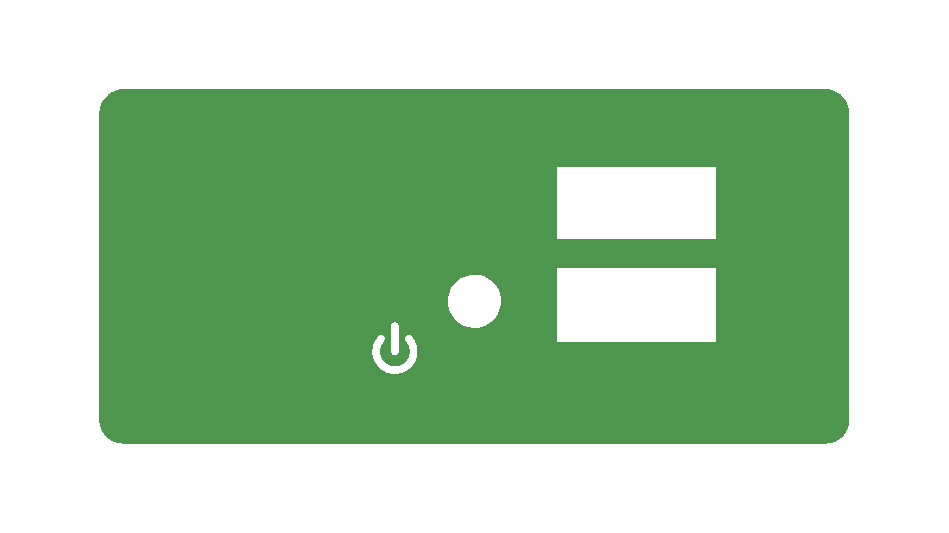
<source format=gbr>
%TF.GenerationSoftware,KiCad,Pcbnew,(6.0.6)*%
%TF.CreationDate,2022-11-01T14:59:24+00:00*%
%TF.ProjectId,frontcase,66726f6e-7463-4617-9365-2e6b69636164,rev?*%
%TF.SameCoordinates,Original*%
%TF.FileFunction,Copper,L1,Top*%
%TF.FilePolarity,Positive*%
%FSLAX46Y46*%
G04 Gerber Fmt 4.6, Leading zero omitted, Abs format (unit mm)*
G04 Created by KiCad (PCBNEW (6.0.6)) date 2022-11-01 14:59:24*
%MOMM*%
%LPD*%
G01*
G04 APERTURE LIST*
%TA.AperFunction,ComponentPad*%
%ADD10C,5.000000*%
%TD*%
%TA.AperFunction,ComponentPad*%
%ADD11C,13.000000*%
%TD*%
G04 APERTURE END LIST*
D10*
%TO.P,REF\u002A\u002A,1*%
%TO.N,GND*%
X169750000Y-107500000D03*
X118250000Y-86000000D03*
X118250000Y-107500000D03*
X169750000Y-86000000D03*
D11*
%TO.P,REF\u002A\u002A,2*%
X127200000Y-96600000D03*
%TD*%
%TA.AperFunction,Conductor*%
%TO.N,GND*%
G36*
X173754122Y-81001270D02*
G01*
X173917113Y-81011953D01*
X173917430Y-81011975D01*
X174007453Y-81018413D01*
X174023042Y-81020513D01*
X174165622Y-81048874D01*
X174167823Y-81049332D01*
X174239488Y-81064921D01*
X174275795Y-81072819D01*
X174289502Y-81076624D01*
X174423370Y-81122066D01*
X174426875Y-81123314D01*
X174534080Y-81163299D01*
X174545769Y-81168347D01*
X174613557Y-81201776D01*
X174671129Y-81230167D01*
X174675748Y-81232565D01*
X174728077Y-81261139D01*
X174777492Y-81288122D01*
X174787107Y-81293944D01*
X174862445Y-81344282D01*
X174902694Y-81371177D01*
X174908174Y-81375054D01*
X174974383Y-81424617D01*
X175001478Y-81444901D01*
X175009046Y-81451036D01*
X175113336Y-81542496D01*
X175119353Y-81548133D01*
X175201867Y-81630647D01*
X175207504Y-81636664D01*
X175298964Y-81740954D01*
X175305097Y-81748519D01*
X175374946Y-81841826D01*
X175378830Y-81847315D01*
X175456056Y-81962893D01*
X175461878Y-81972508D01*
X175488861Y-82021923D01*
X175517435Y-82074252D01*
X175519843Y-82078890D01*
X175581653Y-82204231D01*
X175586703Y-82215925D01*
X175626677Y-82323099D01*
X175627932Y-82326625D01*
X175673376Y-82460498D01*
X175677182Y-82474210D01*
X175700668Y-82582177D01*
X175701126Y-82584378D01*
X175729487Y-82726958D01*
X175731587Y-82742547D01*
X175738025Y-82832570D01*
X175738047Y-82832887D01*
X175748730Y-82995877D01*
X175749000Y-83004118D01*
X175749000Y-108995882D01*
X175748730Y-109004122D01*
X175738047Y-109167113D01*
X175738025Y-109167430D01*
X175731587Y-109257451D01*
X175729487Y-109273042D01*
X175701126Y-109415622D01*
X175700668Y-109417823D01*
X175677182Y-109525790D01*
X175673376Y-109539502D01*
X175627934Y-109673370D01*
X175626677Y-109676901D01*
X175586703Y-109784075D01*
X175581653Y-109795769D01*
X175519843Y-109921110D01*
X175517435Y-109925748D01*
X175488861Y-109978077D01*
X175461878Y-110027492D01*
X175456056Y-110037107D01*
X175378830Y-110152685D01*
X175374946Y-110158174D01*
X175325383Y-110224383D01*
X175305099Y-110251478D01*
X175298964Y-110259046D01*
X175207504Y-110363336D01*
X175201867Y-110369353D01*
X175119353Y-110451867D01*
X175113336Y-110457504D01*
X175009046Y-110548964D01*
X175001478Y-110555099D01*
X174908174Y-110624946D01*
X174902694Y-110628823D01*
X174862445Y-110655718D01*
X174787107Y-110706056D01*
X174777492Y-110711878D01*
X174728077Y-110738861D01*
X174675748Y-110767435D01*
X174671129Y-110769833D01*
X174613557Y-110798224D01*
X174545769Y-110831653D01*
X174534080Y-110836701D01*
X174426875Y-110876686D01*
X174423375Y-110877932D01*
X174289502Y-110923376D01*
X174275795Y-110927181D01*
X174239488Y-110935079D01*
X174167823Y-110950668D01*
X174165622Y-110951126D01*
X174023042Y-110979487D01*
X174007453Y-110981587D01*
X173917430Y-110988025D01*
X173917113Y-110988047D01*
X173754122Y-110998730D01*
X173745882Y-110999000D01*
X114254118Y-110999000D01*
X114245878Y-110998730D01*
X114082887Y-110988047D01*
X114082570Y-110988025D01*
X113992547Y-110981587D01*
X113976958Y-110979487D01*
X113834378Y-110951126D01*
X113832177Y-110950668D01*
X113760512Y-110935079D01*
X113724205Y-110927181D01*
X113710498Y-110923376D01*
X113576625Y-110877932D01*
X113573125Y-110876686D01*
X113465920Y-110836701D01*
X113454231Y-110831653D01*
X113386443Y-110798224D01*
X113328871Y-110769833D01*
X113324252Y-110767435D01*
X113271923Y-110738861D01*
X113222508Y-110711878D01*
X113212893Y-110706056D01*
X113137871Y-110655928D01*
X113097302Y-110628821D01*
X113091830Y-110624950D01*
X112998513Y-110555094D01*
X112990971Y-110548979D01*
X112886648Y-110457490D01*
X112880647Y-110451868D01*
X112798132Y-110369353D01*
X112792510Y-110363352D01*
X112701021Y-110259029D01*
X112694902Y-110251481D01*
X112694900Y-110251478D01*
X112625050Y-110158170D01*
X112621172Y-110152688D01*
X112543944Y-110037107D01*
X112538122Y-110027492D01*
X112511139Y-109978077D01*
X112482565Y-109925748D01*
X112480157Y-109921110D01*
X112418347Y-109795769D01*
X112413297Y-109784075D01*
X112373323Y-109676901D01*
X112372066Y-109673370D01*
X112326624Y-109539502D01*
X112322818Y-109525790D01*
X112299332Y-109417823D01*
X112298874Y-109415622D01*
X112270513Y-109273042D01*
X112268413Y-109257451D01*
X112261975Y-109167430D01*
X112261953Y-109167113D01*
X112251270Y-109004122D01*
X112251000Y-108995882D01*
X112251000Y-103197779D01*
X135360512Y-103197779D01*
X135360540Y-103200079D01*
X135361079Y-103244729D01*
X135361120Y-103248155D01*
X135361149Y-103248937D01*
X135361149Y-103248955D01*
X135362872Y-103296116D01*
X135362944Y-103298097D01*
X135362989Y-103298830D01*
X135362990Y-103298850D01*
X135364305Y-103320249D01*
X135365985Y-103347605D01*
X135368288Y-103374159D01*
X135369902Y-103392765D01*
X135370241Y-103396679D01*
X135370322Y-103397400D01*
X135370326Y-103397439D01*
X135372890Y-103420222D01*
X135375714Y-103445318D01*
X135375815Y-103446043D01*
X135375819Y-103446078D01*
X135378145Y-103462834D01*
X135382404Y-103493523D01*
X135382526Y-103494261D01*
X135382529Y-103494280D01*
X135388356Y-103529490D01*
X135390309Y-103541294D01*
X135390463Y-103542094D01*
X135390468Y-103542121D01*
X135398360Y-103583074D01*
X135399431Y-103588630D01*
X135409768Y-103635533D01*
X135409965Y-103636324D01*
X135409971Y-103636351D01*
X135412479Y-103646436D01*
X135421322Y-103682000D01*
X135434093Y-103728034D01*
X135434344Y-103728852D01*
X135447128Y-103770531D01*
X135448079Y-103773632D01*
X135463282Y-103818797D01*
X135463554Y-103819537D01*
X135463561Y-103819558D01*
X135473678Y-103847120D01*
X135479700Y-103863527D01*
X135497335Y-103907823D01*
X135497660Y-103908579D01*
X135497669Y-103908601D01*
X135500464Y-103915103D01*
X135516186Y-103951685D01*
X135516500Y-103952370D01*
X135516503Y-103952377D01*
X135521733Y-103963790D01*
X135536002Y-103994929D01*
X135556530Y-104037375D01*
X135577770Y-104079021D01*
X135578104Y-104079642D01*
X135599401Y-104119270D01*
X135599722Y-104119868D01*
X135600039Y-104120428D01*
X135600054Y-104120455D01*
X135617123Y-104150614D01*
X135622387Y-104159916D01*
X135622767Y-104160554D01*
X135645396Y-104198548D01*
X135645416Y-104198581D01*
X135645764Y-104199165D01*
X135669854Y-104237614D01*
X135670219Y-104238168D01*
X135670235Y-104238193D01*
X135694279Y-104274692D01*
X135694287Y-104274704D01*
X135694656Y-104275264D01*
X135695028Y-104275801D01*
X135695044Y-104275825D01*
X135715754Y-104305737D01*
X135720170Y-104312115D01*
X135746397Y-104348167D01*
X135773336Y-104383419D01*
X135800987Y-104417872D01*
X135829351Y-104451526D01*
X135858427Y-104484381D01*
X135888216Y-104516437D01*
X135918716Y-104547693D01*
X135919366Y-104548322D01*
X135919384Y-104548340D01*
X135939352Y-104567664D01*
X135950242Y-104578203D01*
X135982549Y-104608018D01*
X136015638Y-104637137D01*
X136016193Y-104637603D01*
X136016227Y-104637632D01*
X136042696Y-104659844D01*
X136049509Y-104665562D01*
X136050067Y-104666009D01*
X136050081Y-104666020D01*
X136083587Y-104692832D01*
X136084162Y-104693292D01*
X136084730Y-104693725D01*
X136084759Y-104693748D01*
X136086023Y-104694712D01*
X136119597Y-104720326D01*
X136121654Y-104721822D01*
X136155186Y-104746210D01*
X136155228Y-104746240D01*
X136155814Y-104746666D01*
X136192813Y-104772311D01*
X136230593Y-104797260D01*
X136269156Y-104821515D01*
X136269739Y-104821864D01*
X136269760Y-104821877D01*
X136307917Y-104844726D01*
X136308500Y-104845075D01*
X136348626Y-104867939D01*
X136349174Y-104868236D01*
X136349192Y-104868246D01*
X136388989Y-104889814D01*
X136389015Y-104889828D01*
X136389534Y-104890109D01*
X136390072Y-104890386D01*
X136390085Y-104890393D01*
X136404227Y-104897677D01*
X136431224Y-104911584D01*
X136431742Y-104911837D01*
X136431767Y-104911850D01*
X136432215Y-104912069D01*
X136473696Y-104932363D01*
X136474228Y-104932610D01*
X136474251Y-104932621D01*
X136474923Y-104932933D01*
X136516949Y-104952448D01*
X136517834Y-104952826D01*
X136560294Y-104970967D01*
X136560319Y-104970977D01*
X136561072Y-104971299D01*
X136605593Y-104988934D01*
X136606354Y-104989212D01*
X136606393Y-104989227D01*
X136649726Y-105005065D01*
X136649751Y-105005074D01*
X136650515Y-105005353D01*
X136695836Y-105020556D01*
X136741557Y-105034542D01*
X136742399Y-105034775D01*
X136786866Y-105047088D01*
X136786904Y-105047098D01*
X136787677Y-105047312D01*
X136788482Y-105047512D01*
X136788490Y-105047514D01*
X136833391Y-105058666D01*
X136833404Y-105058669D01*
X136834197Y-105058866D01*
X136843492Y-105060914D01*
X136880333Y-105069031D01*
X136880369Y-105069039D01*
X136881116Y-105069203D01*
X136881882Y-105069351D01*
X136881903Y-105069355D01*
X136920150Y-105076728D01*
X136928435Y-105078325D01*
X136976154Y-105086230D01*
X137024272Y-105092919D01*
X137025042Y-105093006D01*
X137025051Y-105093007D01*
X137033969Y-105094013D01*
X137072789Y-105098392D01*
X137073574Y-105098460D01*
X137073591Y-105098462D01*
X137112031Y-105101806D01*
X137121707Y-105102648D01*
X137122443Y-105102693D01*
X137122478Y-105102696D01*
X137158505Y-105104917D01*
X137171023Y-105105689D01*
X137171781Y-105105717D01*
X137171805Y-105105718D01*
X137217483Y-105107394D01*
X137220740Y-105107513D01*
X137270856Y-105108121D01*
X137271602Y-105108112D01*
X137320443Y-105107523D01*
X137320480Y-105107522D01*
X137321233Y-105107513D01*
X137322015Y-105107484D01*
X137322033Y-105107484D01*
X137370419Y-105105717D01*
X137370447Y-105105716D01*
X137371176Y-105105689D01*
X137371909Y-105105644D01*
X137371929Y-105105643D01*
X137393328Y-105104328D01*
X137420684Y-105102648D01*
X137460213Y-105099220D01*
X137468998Y-105098458D01*
X137469005Y-105098457D01*
X137469758Y-105098392D01*
X137518398Y-105092919D01*
X137566603Y-105086230D01*
X137579702Y-105084062D01*
X137613548Y-105078462D01*
X137613571Y-105078458D01*
X137614374Y-105078325D01*
X137615174Y-105078171D01*
X137615201Y-105078166D01*
X137660927Y-105069354D01*
X137660935Y-105069352D01*
X137661710Y-105069203D01*
X137683565Y-105064386D01*
X137707797Y-105059046D01*
X137707824Y-105059040D01*
X137708612Y-105058866D01*
X137709410Y-105058668D01*
X137709421Y-105058665D01*
X137731458Y-105053185D01*
X137755080Y-105047312D01*
X137755853Y-105047098D01*
X137755878Y-105047091D01*
X137780232Y-105040335D01*
X137801114Y-105034542D01*
X137828683Y-105026086D01*
X137845889Y-105020809D01*
X137845906Y-105020803D01*
X137846713Y-105020556D01*
X137891877Y-105005353D01*
X137892668Y-105005063D01*
X137892704Y-105005050D01*
X137935759Y-104989246D01*
X137935782Y-104989237D01*
X137936608Y-104988934D01*
X137980903Y-104971299D01*
X138004207Y-104961283D01*
X138024112Y-104952729D01*
X138024136Y-104952718D01*
X138024765Y-104952448D01*
X138068009Y-104932623D01*
X138086378Y-104923728D01*
X138109889Y-104912343D01*
X138109918Y-104912329D01*
X138110454Y-104912069D01*
X138152100Y-104890786D01*
X138153904Y-104889814D01*
X138192300Y-104869121D01*
X138192321Y-104869109D01*
X138192947Y-104868772D01*
X138193565Y-104868421D01*
X138193594Y-104868405D01*
X138232361Y-104846389D01*
X138232995Y-104846029D01*
X138272244Y-104822557D01*
X138272858Y-104822170D01*
X138272880Y-104822157D01*
X138310075Y-104798743D01*
X138310693Y-104798354D01*
X138311261Y-104797978D01*
X138311298Y-104797954D01*
X138347681Y-104773861D01*
X138347717Y-104773837D01*
X138348343Y-104773422D01*
X138385194Y-104747760D01*
X138421246Y-104721369D01*
X138456499Y-104694247D01*
X138490952Y-104666396D01*
X138524606Y-104637815D01*
X138557461Y-104608504D01*
X138589517Y-104578464D01*
X138620116Y-104548340D01*
X138620288Y-104548171D01*
X138620315Y-104548144D01*
X138620773Y-104547693D01*
X138651274Y-104516437D01*
X138681062Y-104484381D01*
X138710138Y-104451526D01*
X138713010Y-104448119D01*
X138727843Y-104430518D01*
X138738501Y-104417872D01*
X138766153Y-104383419D01*
X138773654Y-104373604D01*
X138792646Y-104348750D01*
X138793092Y-104348167D01*
X138819318Y-104312115D01*
X138844833Y-104275264D01*
X138845188Y-104274725D01*
X138845209Y-104274694D01*
X138869252Y-104238194D01*
X138869254Y-104238190D01*
X138869634Y-104237614D01*
X138893724Y-104199165D01*
X138894072Y-104198581D01*
X138894092Y-104198548D01*
X138916721Y-104160554D01*
X138917101Y-104159916D01*
X138922366Y-104150614D01*
X138935669Y-104127107D01*
X138939766Y-104119868D01*
X138953226Y-104094823D01*
X138961405Y-104079606D01*
X138961421Y-104079576D01*
X138961719Y-104079021D01*
X138962045Y-104078383D01*
X138982653Y-104037975D01*
X138982653Y-104037974D01*
X138982959Y-104037375D01*
X139003487Y-103994929D01*
X139023303Y-103951685D01*
X139042423Y-103907563D01*
X139046087Y-103898445D01*
X139059978Y-103863867D01*
X139060310Y-103863041D01*
X139076963Y-103818120D01*
X139092383Y-103772799D01*
X139106569Y-103727078D01*
X139119522Y-103680958D01*
X139119709Y-103680216D01*
X139119718Y-103680182D01*
X139131035Y-103635257D01*
X139131036Y-103635252D01*
X139131241Y-103634439D01*
X139134358Y-103620493D01*
X139141538Y-103588360D01*
X139141726Y-103587519D01*
X139150442Y-103542940D01*
X139150818Y-103541019D01*
X139150820Y-103541009D01*
X139150978Y-103540200D01*
X139158996Y-103492482D01*
X139165781Y-103444364D01*
X139171332Y-103395846D01*
X139175650Y-103346929D01*
X139176774Y-103328958D01*
X139178682Y-103298449D01*
X139178683Y-103298423D01*
X139178734Y-103297612D01*
X139180584Y-103247895D01*
X139181201Y-103197779D01*
X139181176Y-103195487D01*
X139180679Y-103150911D01*
X139180679Y-103150906D01*
X139180671Y-103150190D01*
X139179081Y-103103053D01*
X139176473Y-103057080D01*
X139176472Y-103057068D01*
X139176432Y-103056368D01*
X139172722Y-103010135D01*
X139167953Y-102964353D01*
X139162227Y-102919821D01*
X139162226Y-102919814D01*
X139162124Y-102919024D01*
X139155235Y-102874146D01*
X139155099Y-102873384D01*
X139147422Y-102830476D01*
X139147414Y-102830434D01*
X139147286Y-102829719D01*
X139138277Y-102785745D01*
X139128209Y-102742222D01*
X139117080Y-102699151D01*
X139116863Y-102698392D01*
X139116851Y-102698348D01*
X139105111Y-102657297D01*
X139104892Y-102656531D01*
X139091644Y-102614364D01*
X139077336Y-102572648D01*
X139066491Y-102543525D01*
X139062261Y-102532166D01*
X139062250Y-102532139D01*
X139061969Y-102531383D01*
X139061666Y-102530630D01*
X139061657Y-102530607D01*
X139045746Y-102491079D01*
X139045741Y-102491067D01*
X139045541Y-102490570D01*
X139028515Y-102450288D01*
X139027215Y-102447376D01*
X139011039Y-102411165D01*
X139011031Y-102411147D01*
X139010793Y-102410614D01*
X139007110Y-102402802D01*
X139005789Y-102400000D01*
X150998918Y-102400000D01*
X150999000Y-102400198D01*
X150999235Y-102400765D01*
X151000000Y-102401082D01*
X151000198Y-102401000D01*
X164499802Y-102401000D01*
X164500000Y-102401082D01*
X164500765Y-102400765D01*
X164501000Y-102400198D01*
X164501082Y-102400000D01*
X164501000Y-102399802D01*
X164501000Y-96100198D01*
X164501082Y-96100000D01*
X164500765Y-96099235D01*
X164500198Y-96099000D01*
X164500000Y-96098918D01*
X164499802Y-96099000D01*
X151000198Y-96099000D01*
X151000000Y-96098918D01*
X150999802Y-96099000D01*
X150999235Y-96099235D01*
X150998918Y-96100000D01*
X150999000Y-96100198D01*
X150999000Y-102399802D01*
X150998918Y-102400000D01*
X139005789Y-102400000D01*
X138992645Y-102372117D01*
X138992634Y-102372095D01*
X138992376Y-102371547D01*
X138983474Y-102353634D01*
X138973534Y-102333631D01*
X138973510Y-102333583D01*
X138973264Y-102333089D01*
X138972068Y-102330802D01*
X138962545Y-102312604D01*
X138953458Y-102295239D01*
X138947889Y-102285123D01*
X138933249Y-102258528D01*
X138933224Y-102258483D01*
X138932956Y-102257997D01*
X138922238Y-102239474D01*
X138912061Y-102221885D01*
X138912040Y-102221850D01*
X138911759Y-102221364D01*
X138897462Y-102197836D01*
X138890231Y-102185935D01*
X138890221Y-102185919D01*
X138889868Y-102185338D01*
X138888565Y-102183294D01*
X138867656Y-102150508D01*
X138867643Y-102150488D01*
X138867281Y-102149920D01*
X138866914Y-102149371D01*
X138866893Y-102149339D01*
X138844406Y-102115719D01*
X138844392Y-102115699D01*
X138843999Y-102115111D01*
X138820023Y-102080910D01*
X138795351Y-102047317D01*
X138776978Y-102023424D01*
X138770411Y-102014885D01*
X138769985Y-102014331D01*
X138753306Y-101993610D01*
X138744341Y-101982473D01*
X138744331Y-101982461D01*
X138743923Y-101981954D01*
X138732141Y-101967965D01*
X138717628Y-101950733D01*
X138717615Y-101950718D01*
X138717167Y-101950186D01*
X138701707Y-101932637D01*
X138690229Y-101919608D01*
X138690213Y-101919590D01*
X138689715Y-101919025D01*
X138684859Y-101913769D01*
X138683025Y-101911903D01*
X138680421Y-101909255D01*
X138680403Y-101909238D01*
X138679743Y-101908566D01*
X138674365Y-101903415D01*
X138671942Y-101901223D01*
X138669363Y-101898890D01*
X138669351Y-101898879D01*
X138668727Y-101898315D01*
X138662828Y-101893268D01*
X138657270Y-101888760D01*
X138657265Y-101888756D01*
X138656669Y-101888273D01*
X138656041Y-101887789D01*
X138650856Y-101883796D01*
X138650832Y-101883778D01*
X138650249Y-101883329D01*
X138648851Y-101882305D01*
X138644091Y-101878821D01*
X138643568Y-101878438D01*
X138642038Y-101877372D01*
X138637213Y-101874007D01*
X138637182Y-101873986D01*
X138636627Y-101873599D01*
X138633361Y-101871429D01*
X138629996Y-101869192D01*
X138629965Y-101869172D01*
X138629425Y-101868813D01*
X138628911Y-101868487D01*
X138628882Y-101868468D01*
X138622474Y-101864402D01*
X138622456Y-101864391D01*
X138621963Y-101864078D01*
X138621452Y-101863768D01*
X138621431Y-101863755D01*
X138618210Y-101861803D01*
X138614239Y-101859395D01*
X138612774Y-101858545D01*
X138606763Y-101855059D01*
X138606759Y-101855057D01*
X138606256Y-101854765D01*
X138598011Y-101850187D01*
X138597289Y-101849811D01*
X138597269Y-101849800D01*
X138581186Y-101841419D01*
X138581147Y-101841399D01*
X138580740Y-101841187D01*
X138579636Y-101840634D01*
X138572809Y-101837217D01*
X138572132Y-101836878D01*
X138563540Y-101832848D01*
X138554966Y-101829096D01*
X138550076Y-101827110D01*
X138547210Y-101825946D01*
X138547192Y-101825939D01*
X138546409Y-101825621D01*
X138537870Y-101822424D01*
X138529348Y-101819506D01*
X138520843Y-101816865D01*
X138519922Y-101816609D01*
X138519903Y-101816603D01*
X138513328Y-101814773D01*
X138512355Y-101814502D01*
X138511442Y-101814277D01*
X138511422Y-101814272D01*
X138504819Y-101812647D01*
X138503885Y-101812417D01*
X138502963Y-101812220D01*
X138502933Y-101812213D01*
X138499627Y-101811507D01*
X138495432Y-101810610D01*
X138486997Y-101809081D01*
X138478579Y-101807830D01*
X138477536Y-101807709D01*
X138477527Y-101807708D01*
X138471241Y-101806980D01*
X138471234Y-101806979D01*
X138470178Y-101806857D01*
X138467729Y-101806654D01*
X138462862Y-101806250D01*
X138462834Y-101806248D01*
X138461795Y-101806162D01*
X138460769Y-101806111D01*
X138460741Y-101806109D01*
X138454439Y-101805795D01*
X138454418Y-101805794D01*
X138453429Y-101805745D01*
X138452438Y-101805729D01*
X138452423Y-101805728D01*
X138449866Y-101805686D01*
X138445080Y-101805606D01*
X138443914Y-101805632D01*
X138443894Y-101805632D01*
X138434280Y-101805846D01*
X138428280Y-101805980D01*
X138421037Y-101806472D01*
X138413304Y-101806997D01*
X138413292Y-101806998D01*
X138411792Y-101807100D01*
X138410302Y-101807272D01*
X138410292Y-101807273D01*
X138397158Y-101808790D01*
X138395617Y-101808968D01*
X138394101Y-101809218D01*
X138394086Y-101809220D01*
X138389126Y-101810038D01*
X138379754Y-101811583D01*
X138364204Y-101814945D01*
X138362673Y-101815358D01*
X138362656Y-101815362D01*
X138357907Y-101816643D01*
X138348967Y-101819054D01*
X138346693Y-101819794D01*
X138335578Y-101823410D01*
X138335570Y-101823413D01*
X138334042Y-101823910D01*
X138325697Y-101827110D01*
X138320955Y-101828928D01*
X138320947Y-101828931D01*
X138319430Y-101829513D01*
X138305131Y-101835863D01*
X138302430Y-101837234D01*
X138293703Y-101841663D01*
X138291145Y-101842961D01*
X138280949Y-101848810D01*
X138278995Y-101849931D01*
X138277471Y-101850805D01*
X138276132Y-101851666D01*
X138276127Y-101851669D01*
X138265433Y-101858545D01*
X138265424Y-101858551D01*
X138264110Y-101859396D01*
X138251062Y-101868735D01*
X138238326Y-101878821D01*
X138237205Y-101879799D01*
X138237196Y-101879806D01*
X138233645Y-101882903D01*
X138225904Y-101889653D01*
X138213794Y-101901233D01*
X138202214Y-101913343D01*
X138201274Y-101914421D01*
X138201273Y-101914422D01*
X138196818Y-101919531D01*
X138191381Y-101925765D01*
X138181296Y-101938501D01*
X138180418Y-101939728D01*
X138180411Y-101939737D01*
X138177808Y-101943374D01*
X138171957Y-101951549D01*
X138163366Y-101964910D01*
X138155521Y-101978584D01*
X138154791Y-101980022D01*
X138154787Y-101980030D01*
X138153548Y-101982473D01*
X138148424Y-101992570D01*
X138142074Y-102006870D01*
X138136471Y-102021482D01*
X138131615Y-102036406D01*
X138131205Y-102037927D01*
X138131201Y-102037940D01*
X138129657Y-102043665D01*
X138127506Y-102051644D01*
X138124144Y-102067194D01*
X138123890Y-102068735D01*
X138121785Y-102081506D01*
X138121529Y-102083056D01*
X138119661Y-102099231D01*
X138118541Y-102115719D01*
X138118167Y-102132518D01*
X138118184Y-102133664D01*
X138118184Y-102133678D01*
X138118257Y-102138550D01*
X138118271Y-102139510D01*
X138118584Y-102146590D01*
X138119105Y-102153757D01*
X138119192Y-102154624D01*
X138119195Y-102154656D01*
X138119745Y-102160121D01*
X138119835Y-102161011D01*
X138120773Y-102168352D01*
X138120900Y-102169173D01*
X138120904Y-102169203D01*
X138121473Y-102172883D01*
X138121920Y-102175780D01*
X138123275Y-102183294D01*
X138123424Y-102184018D01*
X138123428Y-102184039D01*
X138123805Y-102185869D01*
X138124839Y-102190896D01*
X138126611Y-102198584D01*
X138128592Y-102206359D01*
X138128785Y-102207051D01*
X138128786Y-102207054D01*
X138130781Y-102214221D01*
X138133179Y-102222170D01*
X138138600Y-102238328D01*
X138139029Y-102239461D01*
X138139034Y-102239474D01*
X138141711Y-102246538D01*
X138144855Y-102254834D01*
X138148217Y-102263043D01*
X138151631Y-102270992D01*
X138155097Y-102278680D01*
X138158616Y-102286107D01*
X138162186Y-102293274D01*
X138165809Y-102300180D01*
X138169484Y-102306825D01*
X138173210Y-102313210D01*
X138176989Y-102319335D01*
X138180821Y-102325199D01*
X138181310Y-102325905D01*
X138181317Y-102325915D01*
X138184196Y-102330070D01*
X138184219Y-102330102D01*
X138184704Y-102330802D01*
X138188639Y-102336145D01*
X138192626Y-102341227D01*
X138196666Y-102346049D01*
X138200757Y-102350610D01*
X138201532Y-102351414D01*
X138201556Y-102351440D01*
X138202244Y-102352154D01*
X138207381Y-102357818D01*
X138242226Y-102398663D01*
X138245602Y-102402795D01*
X138252151Y-102411165D01*
X138278784Y-102445209D01*
X138282063Y-102449594D01*
X138282967Y-102450859D01*
X138312849Y-102492694D01*
X138316017Y-102497346D01*
X138344408Y-102541102D01*
X138347428Y-102545998D01*
X138373483Y-102590476D01*
X138376307Y-102595562D01*
X138400049Y-102640777D01*
X138402637Y-102646000D01*
X138424078Y-102691956D01*
X138426469Y-102697415D01*
X138445629Y-102744138D01*
X138447741Y-102749658D01*
X138464645Y-102797197D01*
X138466511Y-102802870D01*
X138481163Y-102851241D01*
X138482740Y-102856927D01*
X138495166Y-102906233D01*
X138496462Y-102911941D01*
X138498061Y-102919824D01*
X138506635Y-102962103D01*
X138507659Y-102967826D01*
X138515593Y-103018960D01*
X138516340Y-103024614D01*
X138522026Y-103076735D01*
X138522508Y-103082302D01*
X138525933Y-103135480D01*
X138526165Y-103140894D01*
X138526362Y-103150190D01*
X138527320Y-103195490D01*
X138527333Y-103200050D01*
X138527099Y-103215384D01*
X138526747Y-103238424D01*
X138526627Y-103242325D01*
X138524915Y-103279305D01*
X138524854Y-103280616D01*
X138524610Y-103284544D01*
X138522427Y-103312561D01*
X138521661Y-103322395D01*
X138521288Y-103326371D01*
X138518411Y-103352496D01*
X138517165Y-103363810D01*
X138516657Y-103367825D01*
X138511365Y-103404837D01*
X138510726Y-103408835D01*
X138504272Y-103445405D01*
X138503487Y-103449464D01*
X138498324Y-103473977D01*
X138495871Y-103485624D01*
X138494943Y-103489691D01*
X138486168Y-103525439D01*
X138485102Y-103529490D01*
X138475161Y-103564865D01*
X138473970Y-103568851D01*
X138462831Y-103603956D01*
X138461531Y-103607826D01*
X138449226Y-103642554D01*
X138447777Y-103646436D01*
X138434308Y-103680785D01*
X138432725Y-103684635D01*
X138418069Y-103718659D01*
X138416374Y-103722422D01*
X138400547Y-103756085D01*
X138398746Y-103759760D01*
X138381689Y-103793176D01*
X138379798Y-103796739D01*
X138368004Y-103818120D01*
X138361824Y-103829323D01*
X138359237Y-103833793D01*
X138341087Y-103863726D01*
X138338996Y-103867056D01*
X138319678Y-103896782D01*
X138317476Y-103900058D01*
X138297265Y-103929123D01*
X138294952Y-103932339D01*
X138280105Y-103952320D01*
X138273923Y-103960639D01*
X138271513Y-103963778D01*
X138249554Y-103991462D01*
X138247054Y-103994513D01*
X138224243Y-104021480D01*
X138221646Y-104024454D01*
X138197929Y-104050768D01*
X138195286Y-104053610D01*
X138181255Y-104068229D01*
X138170678Y-104079250D01*
X138167926Y-104082030D01*
X138153416Y-104096237D01*
X138142420Y-104107004D01*
X138139635Y-104109649D01*
X138113152Y-104134024D01*
X138110336Y-104136537D01*
X138082941Y-104160248D01*
X138080116Y-104162620D01*
X138051766Y-104185697D01*
X138048858Y-104187993D01*
X138019622Y-104210378D01*
X138016672Y-104212569D01*
X137986483Y-104234309D01*
X137983510Y-104236386D01*
X137952301Y-104257520D01*
X137949450Y-104259392D01*
X137917561Y-104279694D01*
X137913978Y-104281890D01*
X137882101Y-104300689D01*
X137878208Y-104302892D01*
X137845939Y-104320388D01*
X137841892Y-104322488D01*
X137837066Y-104324883D01*
X137809090Y-104338765D01*
X137805008Y-104340699D01*
X137771659Y-104355767D01*
X137767477Y-104357566D01*
X137733548Y-104371438D01*
X137729303Y-104373084D01*
X137709093Y-104380506D01*
X137694821Y-104385748D01*
X137690572Y-104387223D01*
X137669976Y-104393957D01*
X137655469Y-104398701D01*
X137651182Y-104400019D01*
X137615469Y-104410305D01*
X137611183Y-104411458D01*
X137574834Y-104420554D01*
X137570573Y-104421541D01*
X137533582Y-104429440D01*
X137529354Y-104430267D01*
X137491692Y-104436972D01*
X137487504Y-104437645D01*
X137449154Y-104443148D01*
X137445050Y-104443669D01*
X137418577Y-104446580D01*
X137405995Y-104447964D01*
X137401950Y-104448343D01*
X137362205Y-104451421D01*
X137358244Y-104451665D01*
X137350080Y-104452039D01*
X137317797Y-104453518D01*
X137313928Y-104453636D01*
X137272775Y-104454256D01*
X137268924Y-104454255D01*
X137230219Y-104453655D01*
X137226262Y-104453531D01*
X137188079Y-104451738D01*
X137184064Y-104451485D01*
X137152844Y-104449018D01*
X137146356Y-104448505D01*
X137142312Y-104448121D01*
X137104968Y-104443947D01*
X137100924Y-104443428D01*
X137064084Y-104438080D01*
X137059970Y-104437413D01*
X137048632Y-104435381D01*
X137023549Y-104430885D01*
X137019454Y-104430080D01*
X136983470Y-104422378D01*
X136979370Y-104421428D01*
X136943782Y-104412547D01*
X136939676Y-104411448D01*
X136904484Y-104401390D01*
X136900469Y-104400169D01*
X136865611Y-104388914D01*
X136861606Y-104387545D01*
X136856609Y-104385742D01*
X136827155Y-104375116D01*
X136823177Y-104373604D01*
X136821875Y-104373084D01*
X136789104Y-104359993D01*
X136785264Y-104358385D01*
X136751434Y-104343533D01*
X136747670Y-104341805D01*
X136741317Y-104338759D01*
X136714247Y-104325781D01*
X136710546Y-104323931D01*
X136677415Y-104306676D01*
X136673801Y-104304718D01*
X136668664Y-104301825D01*
X136640477Y-104285952D01*
X136638064Y-104284557D01*
X136606880Y-104266053D01*
X136603530Y-104263993D01*
X136573547Y-104244906D01*
X136570233Y-104242722D01*
X136541014Y-104222801D01*
X136537749Y-104220498D01*
X136526877Y-104212569D01*
X136509254Y-104199717D01*
X136506104Y-104197343D01*
X136478233Y-104175629D01*
X136475146Y-104173143D01*
X136459582Y-104160201D01*
X136448038Y-104150601D01*
X136445015Y-104148005D01*
X136432107Y-104136558D01*
X136418605Y-104124584D01*
X136415677Y-104121904D01*
X136414116Y-104120428D01*
X136389951Y-104097592D01*
X136387112Y-104094823D01*
X136362087Y-104069633D01*
X136359354Y-104066795D01*
X136334978Y-104040673D01*
X136332356Y-104037774D01*
X136308662Y-104010749D01*
X136306159Y-104007803D01*
X136283120Y-103979839D01*
X136280737Y-103976857D01*
X136261784Y-103952377D01*
X136258359Y-103947954D01*
X136256099Y-103944943D01*
X136234390Y-103915103D01*
X136232259Y-103912081D01*
X136211180Y-103881244D01*
X136209194Y-103878247D01*
X136189204Y-103847108D01*
X136186501Y-103842701D01*
X136167940Y-103810990D01*
X136165743Y-103807078D01*
X136148224Y-103774543D01*
X136146155Y-103770531D01*
X136139032Y-103756085D01*
X136129839Y-103737442D01*
X136127936Y-103733400D01*
X136112847Y-103699809D01*
X136111068Y-103695652D01*
X136105811Y-103682727D01*
X136097180Y-103661504D01*
X136095559Y-103657304D01*
X136082873Y-103622598D01*
X136081407Y-103618355D01*
X136069918Y-103583074D01*
X136068615Y-103578817D01*
X136058319Y-103542940D01*
X136057175Y-103538672D01*
X136048069Y-103502159D01*
X136047088Y-103497916D01*
X136043807Y-103482512D01*
X136039179Y-103460778D01*
X136038371Y-103456642D01*
X136031648Y-103418792D01*
X136030985Y-103414654D01*
X136030426Y-103410750D01*
X136025476Y-103376194D01*
X136024960Y-103372112D01*
X136020663Y-103332986D01*
X136020286Y-103328958D01*
X136017206Y-103289139D01*
X136016963Y-103285187D01*
X136015775Y-103259255D01*
X136015110Y-103244716D01*
X136014992Y-103240862D01*
X136014856Y-103231811D01*
X136014377Y-103200000D01*
X136014391Y-103195487D01*
X136015546Y-103140894D01*
X136015779Y-103135460D01*
X136019202Y-103082315D01*
X136019684Y-103076752D01*
X136019686Y-103076735D01*
X136025371Y-103024609D01*
X136026117Y-103018962D01*
X136026118Y-103018960D01*
X136034052Y-102967825D01*
X136035076Y-102962103D01*
X136043650Y-102919824D01*
X136045249Y-102911941D01*
X136046545Y-102906233D01*
X136058971Y-102856927D01*
X136060548Y-102851241D01*
X136075200Y-102802870D01*
X136077066Y-102797197D01*
X136093970Y-102749658D01*
X136096082Y-102744138D01*
X136115242Y-102697415D01*
X136117633Y-102691956D01*
X136139074Y-102646000D01*
X136141662Y-102640777D01*
X136165404Y-102595562D01*
X136168228Y-102590476D01*
X136194283Y-102545998D01*
X136197303Y-102541102D01*
X136225694Y-102497346D01*
X136228862Y-102492694D01*
X136258744Y-102450859D01*
X136259648Y-102449594D01*
X136262927Y-102445209D01*
X136289561Y-102411165D01*
X136296109Y-102402795D01*
X136299484Y-102398663D01*
X136306115Y-102390891D01*
X136335709Y-102356201D01*
X136337960Y-102353634D01*
X136338342Y-102353209D01*
X136340685Y-102350610D01*
X136341382Y-102349783D01*
X136343888Y-102346806D01*
X136343898Y-102346793D01*
X136344525Y-102346049D01*
X136345125Y-102345288D01*
X136345141Y-102345269D01*
X136346773Y-102343201D01*
X136348330Y-102341227D01*
X136348835Y-102340546D01*
X136348856Y-102340519D01*
X136351568Y-102336863D01*
X136352101Y-102336145D01*
X136355836Y-102330802D01*
X136359537Y-102325199D01*
X136359929Y-102324573D01*
X136359947Y-102324544D01*
X136361374Y-102322260D01*
X136363203Y-102319335D01*
X136363615Y-102318640D01*
X136366490Y-102313792D01*
X136366495Y-102313784D01*
X136366835Y-102313210D01*
X136367177Y-102312604D01*
X136368306Y-102310598D01*
X136370431Y-102306825D01*
X136373993Y-102300180D01*
X136381012Y-102286107D01*
X136387891Y-102270992D01*
X136388267Y-102270090D01*
X136388290Y-102270038D01*
X136394556Y-102255017D01*
X136394756Y-102254539D01*
X136394958Y-102254061D01*
X136398133Y-102246538D01*
X136401408Y-102238328D01*
X136402307Y-102235933D01*
X136404225Y-102230828D01*
X136404241Y-102230783D01*
X136404458Y-102230206D01*
X136407281Y-102222170D01*
X136407496Y-102221513D01*
X136409661Y-102214889D01*
X136409669Y-102214864D01*
X136409879Y-102214221D01*
X136412250Y-102206359D01*
X136414396Y-102198584D01*
X136416316Y-102190896D01*
X136418010Y-102183294D01*
X136419478Y-102175780D01*
X136420721Y-102168352D01*
X136421737Y-102161011D01*
X136422528Y-102153757D01*
X136423092Y-102146590D01*
X136423431Y-102139510D01*
X136423544Y-102132517D01*
X136423171Y-102115994D01*
X136422050Y-102099784D01*
X136420182Y-102083886D01*
X136417568Y-102068302D01*
X136414206Y-102053030D01*
X136410097Y-102038070D01*
X136405240Y-102023424D01*
X136401686Y-102014331D01*
X136400239Y-102010629D01*
X136400233Y-102010615D01*
X136399637Y-102009090D01*
X136393287Y-101995069D01*
X136386189Y-101981361D01*
X136378345Y-101967965D01*
X136369753Y-101954883D01*
X136360414Y-101942113D01*
X136350328Y-101929656D01*
X136346858Y-101925765D01*
X136340479Y-101918614D01*
X136340476Y-101918610D01*
X136339495Y-101917511D01*
X136338482Y-101916476D01*
X136338466Y-101916459D01*
X136328365Y-101906141D01*
X136327914Y-101905680D01*
X136325604Y-101903415D01*
X136317112Y-101895091D01*
X136316091Y-101894090D01*
X136315051Y-101893158D01*
X136315034Y-101893142D01*
X136305052Y-101884197D01*
X136303973Y-101883230D01*
X136291559Y-101873100D01*
X136278850Y-101863700D01*
X136265846Y-101855030D01*
X136264504Y-101854229D01*
X136264490Y-101854220D01*
X136253919Y-101847909D01*
X136253899Y-101847898D01*
X136252546Y-101847090D01*
X136241854Y-101841419D01*
X136240374Y-101840634D01*
X136240366Y-101840630D01*
X136238950Y-101839879D01*
X136233281Y-101837234D01*
X136226505Y-101834072D01*
X136226484Y-101834063D01*
X136225059Y-101833398D01*
X136223576Y-101832797D01*
X136223565Y-101832792D01*
X136212398Y-101828265D01*
X136212390Y-101828262D01*
X136210873Y-101827647D01*
X136209334Y-101827113D01*
X136209325Y-101827110D01*
X136198653Y-101823410D01*
X136196392Y-101822626D01*
X136194869Y-101822184D01*
X136194851Y-101822178D01*
X136188396Y-101820304D01*
X136181615Y-101818335D01*
X136180107Y-101817979D01*
X136180097Y-101817976D01*
X136168076Y-101815135D01*
X136168057Y-101815131D01*
X136166542Y-101814773D01*
X136164983Y-101814486D01*
X136164975Y-101814484D01*
X136152701Y-101812222D01*
X136152692Y-101812221D01*
X136151175Y-101811941D01*
X136135511Y-101809839D01*
X136119553Y-101808467D01*
X136118096Y-101808409D01*
X136116639Y-101808318D01*
X136116649Y-101808165D01*
X136100929Y-101806398D01*
X136098209Y-101805889D01*
X136098016Y-101805823D01*
X136097738Y-101805745D01*
X136097461Y-101805684D01*
X136097183Y-101805641D01*
X136096905Y-101805615D01*
X136096628Y-101805606D01*
X136095117Y-101805631D01*
X136095101Y-101805631D01*
X136091708Y-101805688D01*
X136088271Y-101805745D01*
X136079879Y-101806162D01*
X136071453Y-101806857D01*
X136062992Y-101807830D01*
X136061933Y-101807986D01*
X136055451Y-101808940D01*
X136055427Y-101808944D01*
X136054496Y-101809081D01*
X136053564Y-101809248D01*
X136053552Y-101809250D01*
X136050981Y-101809711D01*
X136045965Y-101810610D01*
X136045050Y-101810803D01*
X136045040Y-101810805D01*
X136038331Y-101812220D01*
X136038295Y-101812228D01*
X136037400Y-101812417D01*
X136035260Y-101812936D01*
X136029717Y-101814279D01*
X136029688Y-101814287D01*
X136028799Y-101814502D01*
X136020164Y-101816865D01*
X136019357Y-101817111D01*
X136019346Y-101817114D01*
X136012354Y-101819244D01*
X136011494Y-101819506D01*
X136002790Y-101822424D01*
X135994051Y-101825621D01*
X135993333Y-101825905D01*
X135993305Y-101825916D01*
X135985996Y-101828811D01*
X135985980Y-101828817D01*
X135985277Y-101829096D01*
X135984562Y-101829400D01*
X135984556Y-101829403D01*
X135977160Y-101832553D01*
X135977143Y-101832561D01*
X135976468Y-101832848D01*
X135975798Y-101833153D01*
X135975776Y-101833163D01*
X135968369Y-101836538D01*
X135968337Y-101836553D01*
X135967624Y-101836878D01*
X135958746Y-101841187D01*
X135950250Y-101845661D01*
X135941997Y-101850187D01*
X135933987Y-101854765D01*
X135933556Y-101855022D01*
X135926732Y-101859090D01*
X135926707Y-101859105D01*
X135926221Y-101859395D01*
X135918698Y-101864078D01*
X135911418Y-101868813D01*
X135904382Y-101873599D01*
X135897588Y-101878438D01*
X135891038Y-101883329D01*
X135884732Y-101888273D01*
X135884171Y-101888735D01*
X135884140Y-101888760D01*
X135879311Y-101892738D01*
X135878668Y-101893268D01*
X135872848Y-101898315D01*
X135872219Y-101898890D01*
X135872199Y-101898908D01*
X135870708Y-101900272D01*
X135867271Y-101903415D01*
X135861937Y-101908566D01*
X135856846Y-101913769D01*
X135851999Y-101919025D01*
X135824538Y-101950186D01*
X135813256Y-101963568D01*
X135801782Y-101977179D01*
X135797756Y-101981954D01*
X135797357Y-101982449D01*
X135797347Y-101982461D01*
X135788358Y-101993610D01*
X135771651Y-102014331D01*
X135746223Y-102047317D01*
X135721473Y-102080910D01*
X135697401Y-102115111D01*
X135697049Y-102115635D01*
X135697044Y-102115642D01*
X135695826Y-102117454D01*
X135674006Y-102149920D01*
X135673670Y-102150444D01*
X135673641Y-102150488D01*
X135651625Y-102184814D01*
X135651289Y-102185338D01*
X135650971Y-102185858D01*
X135650964Y-102185869D01*
X135633620Y-102214221D01*
X135629250Y-102221364D01*
X135628962Y-102221858D01*
X135628944Y-102221888D01*
X135628225Y-102223121D01*
X135607888Y-102257997D01*
X135587204Y-102295239D01*
X135586907Y-102295801D01*
X135586895Y-102295823D01*
X135581419Y-102306183D01*
X135567197Y-102333089D01*
X135547868Y-102371547D01*
X135529217Y-102410614D01*
X135528995Y-102411105D01*
X135528975Y-102411147D01*
X135528967Y-102411165D01*
X135511243Y-102450288D01*
X135493947Y-102490570D01*
X135488767Y-102503655D01*
X135478094Y-102530611D01*
X135478078Y-102530653D01*
X135477789Y-102531383D01*
X135462673Y-102572648D01*
X135462415Y-102573413D01*
X135462410Y-102573427D01*
X135448866Y-102613574D01*
X135448855Y-102613609D01*
X135448600Y-102614364D01*
X135435569Y-102656531D01*
X135435357Y-102657284D01*
X135435351Y-102657305D01*
X135424068Y-102697420D01*
X135423581Y-102699151D01*
X135412635Y-102742222D01*
X135412478Y-102742912D01*
X135412471Y-102742941D01*
X135410933Y-102749700D01*
X135402732Y-102785745D01*
X135402581Y-102786495D01*
X135402574Y-102786527D01*
X135400424Y-102797197D01*
X135393871Y-102829719D01*
X135386052Y-102874146D01*
X135379276Y-102919024D01*
X135379177Y-102919805D01*
X135379175Y-102919821D01*
X135373640Y-102963585D01*
X135373543Y-102964353D01*
X135368852Y-103010135D01*
X135365203Y-103056368D01*
X135362597Y-103103053D01*
X135361033Y-103150190D01*
X135360512Y-103197779D01*
X112251000Y-103197779D01*
X112251000Y-101058371D01*
X136946164Y-101058371D01*
X136946167Y-103200000D01*
X136946540Y-103216802D01*
X136947661Y-103233290D01*
X136949529Y-103249466D01*
X136952144Y-103265329D01*
X136955506Y-103280879D01*
X136955917Y-103282403D01*
X136955923Y-103282427D01*
X136957733Y-103289139D01*
X136959615Y-103296116D01*
X136964472Y-103311041D01*
X136970075Y-103325653D01*
X136970731Y-103327129D01*
X136970736Y-103327142D01*
X136975772Y-103338480D01*
X136975781Y-103338499D01*
X136976426Y-103339951D01*
X136977154Y-103341385D01*
X136977156Y-103341390D01*
X136980688Y-103348350D01*
X136983523Y-103353938D01*
X136991368Y-103367611D01*
X136999960Y-103380972D01*
X137009298Y-103394020D01*
X137019384Y-103406755D01*
X137030217Y-103419177D01*
X137041797Y-103431287D01*
X137053907Y-103442867D01*
X137066329Y-103453700D01*
X137079064Y-103463786D01*
X137084560Y-103467720D01*
X137090851Y-103472223D01*
X137090866Y-103472233D01*
X137092112Y-103473125D01*
X137105473Y-103481717D01*
X137106839Y-103482501D01*
X137106851Y-103482508D01*
X137112283Y-103485624D01*
X137119147Y-103489562D01*
X137120585Y-103490292D01*
X137120593Y-103490296D01*
X137124901Y-103492482D01*
X137133133Y-103496659D01*
X137134599Y-103497310D01*
X137145959Y-103502356D01*
X137145967Y-103502359D01*
X137147432Y-103503010D01*
X137162044Y-103508613D01*
X137163572Y-103509110D01*
X137163580Y-103509113D01*
X137170146Y-103511249D01*
X137176969Y-103513469D01*
X137182596Y-103514987D01*
X137190658Y-103517161D01*
X137190675Y-103517165D01*
X137192206Y-103517578D01*
X137207756Y-103520940D01*
X137215687Y-103522247D01*
X137222088Y-103523303D01*
X137222103Y-103523305D01*
X137223619Y-103523555D01*
X137225159Y-103523733D01*
X137225160Y-103523733D01*
X137238294Y-103525250D01*
X137238304Y-103525251D01*
X137239794Y-103525423D01*
X137241294Y-103525525D01*
X137241306Y-103525526D01*
X137248842Y-103526038D01*
X137256282Y-103526543D01*
X137273083Y-103526917D01*
X137289884Y-103526543D01*
X137296251Y-103526111D01*
X137304861Y-103525526D01*
X137304874Y-103525525D01*
X137306373Y-103525423D01*
X137307863Y-103525251D01*
X137307873Y-103525250D01*
X137321007Y-103523733D01*
X137321008Y-103523733D01*
X137322548Y-103523555D01*
X137324064Y-103523305D01*
X137324079Y-103523303D01*
X137330480Y-103522247D01*
X137338411Y-103520940D01*
X137353961Y-103517578D01*
X137355492Y-103517165D01*
X137355509Y-103517161D01*
X137363571Y-103514987D01*
X137369198Y-103513469D01*
X137376021Y-103511249D01*
X137382587Y-103509113D01*
X137382595Y-103509110D01*
X137384123Y-103508613D01*
X137398735Y-103503010D01*
X137400200Y-103502359D01*
X137400208Y-103502356D01*
X137411568Y-103497310D01*
X137413034Y-103496659D01*
X137421266Y-103492482D01*
X137425574Y-103490296D01*
X137425582Y-103490292D01*
X137427020Y-103489562D01*
X137440694Y-103481717D01*
X137442041Y-103480851D01*
X137452730Y-103473977D01*
X137452744Y-103473967D01*
X137454054Y-103473125D01*
X137467102Y-103463786D01*
X137479838Y-103453700D01*
X137492260Y-103442867D01*
X137504370Y-103431287D01*
X137515950Y-103419177D01*
X137518080Y-103416735D01*
X137525825Y-103407854D01*
X137525833Y-103407844D01*
X137526783Y-103406755D01*
X137533104Y-103398773D01*
X137535903Y-103395239D01*
X137535912Y-103395227D01*
X137536868Y-103394020D01*
X137545301Y-103382238D01*
X137545305Y-103382233D01*
X137545315Y-103382218D01*
X137546207Y-103380972D01*
X137554799Y-103367611D01*
X137562644Y-103353938D01*
X137565480Y-103348350D01*
X137569011Y-103341390D01*
X137569013Y-103341385D01*
X137569741Y-103339951D01*
X137570386Y-103338499D01*
X137570395Y-103338480D01*
X137575431Y-103327142D01*
X137575436Y-103327129D01*
X137576092Y-103325653D01*
X137581695Y-103311041D01*
X137582199Y-103309494D01*
X137586064Y-103297612D01*
X137586551Y-103296116D01*
X137590244Y-103282427D01*
X137590250Y-103282403D01*
X137590251Y-103282400D01*
X137590661Y-103280879D01*
X137594023Y-103265329D01*
X137596638Y-103249466D01*
X137598506Y-103233290D01*
X137599626Y-103216802D01*
X137600000Y-103200000D01*
X137600000Y-101058371D01*
X137599626Y-101041570D01*
X137598506Y-101025082D01*
X137596638Y-101008906D01*
X137594023Y-100993043D01*
X137590661Y-100977493D01*
X137586551Y-100962255D01*
X137581695Y-100947331D01*
X137581121Y-100945834D01*
X137581115Y-100945817D01*
X137578415Y-100938777D01*
X137576092Y-100932718D01*
X137569741Y-100918419D01*
X137562644Y-100904432D01*
X137554799Y-100890759D01*
X137546207Y-100877398D01*
X137536868Y-100864349D01*
X137535909Y-100863138D01*
X137527706Y-100852779D01*
X137527697Y-100852768D01*
X137526783Y-100851614D01*
X137515950Y-100839191D01*
X137504370Y-100827081D01*
X137492260Y-100815502D01*
X137479838Y-100804669D01*
X137467102Y-100794583D01*
X137454054Y-100785245D01*
X137440694Y-100776653D01*
X137435466Y-100773654D01*
X137428438Y-100769622D01*
X137428425Y-100769615D01*
X137427020Y-100768809D01*
X137413034Y-100761712D01*
X137407531Y-100759268D01*
X137400208Y-100756015D01*
X137400200Y-100756012D01*
X137398735Y-100755361D01*
X137384123Y-100749758D01*
X137382595Y-100749261D01*
X137382587Y-100749258D01*
X137374958Y-100746776D01*
X137369198Y-100744902D01*
X137363571Y-100743384D01*
X137355509Y-100741210D01*
X137355492Y-100741206D01*
X137353961Y-100740793D01*
X137338411Y-100737431D01*
X137336845Y-100737173D01*
X137336840Y-100737172D01*
X137324077Y-100735069D01*
X137324079Y-100735069D01*
X137322548Y-100734817D01*
X137309776Y-100733342D01*
X137307837Y-100733118D01*
X137307834Y-100733118D01*
X137306373Y-100732949D01*
X137304925Y-100732851D01*
X137304908Y-100732849D01*
X137291300Y-100731924D01*
X137291288Y-100731923D01*
X137289884Y-100731828D01*
X137288483Y-100731797D01*
X137288463Y-100731796D01*
X137275986Y-100731519D01*
X137273083Y-100731455D01*
X137268631Y-100731455D01*
X137252369Y-100732097D01*
X137236385Y-100733469D01*
X137220678Y-100735571D01*
X137205250Y-100738403D01*
X137190100Y-100741965D01*
X137181382Y-100744481D01*
X137178198Y-100745400D01*
X137175228Y-100746257D01*
X137173735Y-100746771D01*
X137173718Y-100746776D01*
X137162132Y-100750762D01*
X137162121Y-100750766D01*
X137160633Y-100751278D01*
X137146317Y-100757029D01*
X137132278Y-100763510D01*
X137118518Y-100770720D01*
X137117183Y-100771506D01*
X137117169Y-100771514D01*
X137110762Y-100775288D01*
X137105036Y-100778660D01*
X137091831Y-100787330D01*
X137090619Y-100788212D01*
X137090608Y-100788219D01*
X137085367Y-100792031D01*
X137078905Y-100796730D01*
X137077739Y-100797664D01*
X137077736Y-100797666D01*
X137067384Y-100805955D01*
X137067365Y-100805971D01*
X137066256Y-100806859D01*
X137053886Y-100817718D01*
X137052877Y-100818685D01*
X137044116Y-100827081D01*
X137041794Y-100829306D01*
X137030213Y-100841407D01*
X137019380Y-100853804D01*
X137009294Y-100866496D01*
X137004238Y-100873527D01*
X137002388Y-100876100D01*
X136999955Y-100879483D01*
X136999121Y-100880773D01*
X136999113Y-100880784D01*
X136992225Y-100891432D01*
X136991363Y-100892765D01*
X136983519Y-100906344D01*
X136976421Y-100920217D01*
X136970071Y-100934386D01*
X136964468Y-100948850D01*
X136963955Y-100950410D01*
X136960119Y-100962067D01*
X136960112Y-100962090D01*
X136959612Y-100963610D01*
X136955503Y-100978665D01*
X136952141Y-100994015D01*
X136951881Y-100995571D01*
X136949906Y-101007390D01*
X136949526Y-101009661D01*
X136947658Y-101025602D01*
X136946537Y-101041839D01*
X136946164Y-101058371D01*
X112251000Y-101058371D01*
X112251000Y-98997236D01*
X141744958Y-98997236D01*
X141771014Y-99295065D01*
X141836232Y-99586832D01*
X141939464Y-99867410D01*
X142078898Y-100131870D01*
X142252084Y-100375565D01*
X142455979Y-100594216D01*
X142687000Y-100783979D01*
X142941090Y-100941521D01*
X143213783Y-101064074D01*
X143388027Y-101116018D01*
X143496290Y-101148293D01*
X143496292Y-101148293D01*
X143500289Y-101149485D01*
X143504409Y-101150138D01*
X143504411Y-101150138D01*
X143622423Y-101168829D01*
X143795575Y-101196254D01*
X143838135Y-101198187D01*
X143887659Y-101200436D01*
X143887678Y-101200436D01*
X143889078Y-101200500D01*
X144075834Y-101200500D01*
X144298309Y-101185723D01*
X144591377Y-101126630D01*
X144874056Y-101029296D01*
X144877789Y-101027427D01*
X144877793Y-101027425D01*
X145137640Y-100897303D01*
X145137642Y-100897302D01*
X145141378Y-100895431D01*
X145388647Y-100727387D01*
X145611520Y-100528117D01*
X145806079Y-100301120D01*
X145968908Y-100050386D01*
X146097145Y-99780319D01*
X146188538Y-99495664D01*
X146241480Y-99201422D01*
X146250564Y-99001389D01*
X146254853Y-98906934D01*
X146254853Y-98906929D01*
X146255042Y-98902764D01*
X146228986Y-98604935D01*
X146163768Y-98313168D01*
X146060536Y-98032590D01*
X145921102Y-97768130D01*
X145747916Y-97524435D01*
X145544021Y-97305784D01*
X145313000Y-97116021D01*
X145058910Y-96958479D01*
X144786217Y-96835926D01*
X144573603Y-96772543D01*
X144503710Y-96751707D01*
X144503708Y-96751707D01*
X144499711Y-96750515D01*
X144495591Y-96749862D01*
X144495589Y-96749862D01*
X144377577Y-96731171D01*
X144204425Y-96703746D01*
X144161865Y-96701813D01*
X144112341Y-96699564D01*
X144112322Y-96699564D01*
X144110922Y-96699500D01*
X143924166Y-96699500D01*
X143701691Y-96714277D01*
X143408623Y-96773370D01*
X143125944Y-96870704D01*
X143122211Y-96872573D01*
X143122207Y-96872575D01*
X142946268Y-96960679D01*
X142858622Y-97004569D01*
X142611353Y-97172613D01*
X142388480Y-97371883D01*
X142193921Y-97598880D01*
X142031092Y-97849614D01*
X141902855Y-98119681D01*
X141811462Y-98404336D01*
X141758520Y-98698578D01*
X141758331Y-98702745D01*
X141758330Y-98702752D01*
X141745147Y-98993066D01*
X141744958Y-98997236D01*
X112251000Y-98997236D01*
X112251000Y-93700000D01*
X150998918Y-93700000D01*
X150999000Y-93700198D01*
X150999235Y-93700765D01*
X151000000Y-93701082D01*
X151000198Y-93701000D01*
X164499802Y-93701000D01*
X164500000Y-93701082D01*
X164500765Y-93700765D01*
X164501000Y-93700198D01*
X164501082Y-93700000D01*
X164501000Y-93699802D01*
X164501000Y-87560198D01*
X164501082Y-87560000D01*
X164500765Y-87559235D01*
X164500198Y-87559000D01*
X164500000Y-87558918D01*
X164499802Y-87559000D01*
X151000198Y-87559000D01*
X151000000Y-87558918D01*
X150999802Y-87559000D01*
X150999235Y-87559235D01*
X150998918Y-87560000D01*
X150999000Y-87560198D01*
X150999000Y-93699802D01*
X150998918Y-93700000D01*
X112251000Y-93700000D01*
X112251000Y-83004118D01*
X112251270Y-82995877D01*
X112261953Y-82832887D01*
X112261975Y-82832570D01*
X112268413Y-82742547D01*
X112270513Y-82726958D01*
X112298874Y-82584378D01*
X112299332Y-82582177D01*
X112322818Y-82474210D01*
X112326624Y-82460498D01*
X112372068Y-82326625D01*
X112373323Y-82323099D01*
X112413297Y-82215925D01*
X112418347Y-82204231D01*
X112480157Y-82078890D01*
X112482565Y-82074252D01*
X112511139Y-82021923D01*
X112538122Y-81972508D01*
X112543944Y-81962893D01*
X112621172Y-81847312D01*
X112625050Y-81841830D01*
X112694906Y-81748513D01*
X112701021Y-81740971D01*
X112792510Y-81636648D01*
X112798132Y-81630647D01*
X112880647Y-81548132D01*
X112886648Y-81542510D01*
X112990971Y-81451021D01*
X112998519Y-81444902D01*
X113091830Y-81375050D01*
X113097302Y-81371179D01*
X113137871Y-81344072D01*
X113212893Y-81293944D01*
X113222508Y-81288122D01*
X113271923Y-81261139D01*
X113324252Y-81232565D01*
X113328871Y-81230167D01*
X113386443Y-81201776D01*
X113454231Y-81168347D01*
X113465920Y-81163299D01*
X113573125Y-81123314D01*
X113576630Y-81122066D01*
X113710498Y-81076624D01*
X113724205Y-81072819D01*
X113760512Y-81064921D01*
X113832177Y-81049332D01*
X113834378Y-81048874D01*
X113976958Y-81020513D01*
X113992547Y-81018413D01*
X114082570Y-81011975D01*
X114082887Y-81011953D01*
X114245878Y-81001270D01*
X114254118Y-81001000D01*
X173745882Y-81001000D01*
X173754122Y-81001270D01*
G37*
%TD.AperFunction*%
%TD*%
M02*

</source>
